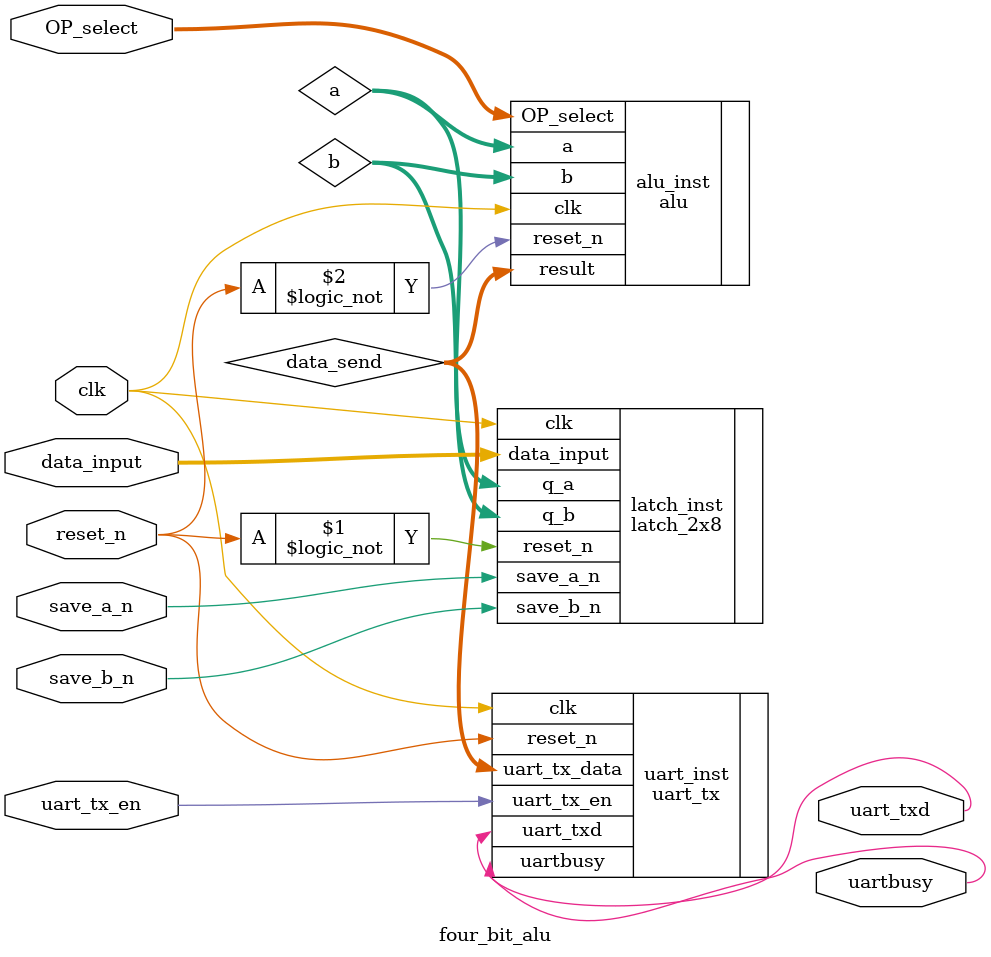
<source format=v>
`define default_netname none

module four_bit_alu (
input clk,
input reset_n,
input save_a_n,
input save_b_n,
input [3:0] OP_select,
input [3:0] data_input,
input uart_tx_en,
output  uartbusy,
output uart_txd
);

// Declaración de registros internos para los datos de entrada de latch
wire [3:0] a, b; 
wire [7:0] data_send;

// Instancia de latch
latch_2x8 latch_inst (
    .clk(clk),
    .reset_n(!reset_n),
    .save_a_n(save_a_n),
    .save_b_n(save_b_n),
    .data_input(data_input),
    .q_a(a), // Salida del latch para el primer operando
    .q_b(b)  // Salida del latch para el segundo operando
);

// Instancia de la ALU
alu alu_inst (
    .clk(clk),
    .reset_n(!reset_n),
    .OP_select(OP_select),
    .a(a),
    .b(b),
    .result(data_send));

// Instancia de UART
uart_tx uart_inst (
    .clk(clk),
    .reset_n(reset_n),
    .uart_tx_en(uart_tx_en), // Usando ena[0] para habilitar la transmisión UART
    .uart_tx_data(data_send), // Transmitir el resultado a través de UART
    .uart_txd(uart_txd), // Conectar a la línea de transmisión UART
    .uartbusy(uartbusy) // Indicador de ocupado de UART
);

endmodule

</source>
